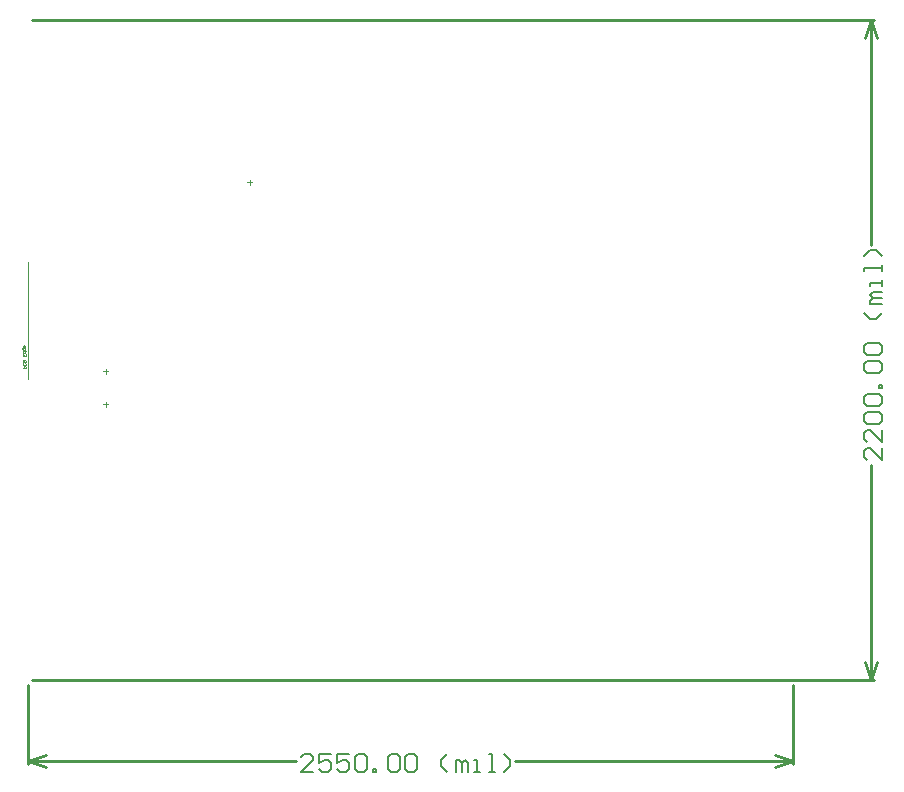
<source format=gm1>
%FSAX25Y25*%
%MOIN*%
G70*
G01*
G75*
G04 Layer_Color=16711935*
%ADD10O,0.06496X0.01181*%
%ADD11R,0.05906X0.05906*%
%ADD12O,0.07480X0.02362*%
%ADD13O,0.08268X0.01772*%
%ADD14R,0.05118X0.03937*%
%ADD15O,0.01181X0.06890*%
%ADD16O,0.06890X0.01181*%
%ADD17R,0.05512X0.05512*%
%ADD18R,0.03937X0.05118*%
%ADD19C,0.01000*%
%ADD20C,0.01400*%
%ADD21C,0.02000*%
%ADD22C,0.01200*%
%ADD23C,0.01600*%
%ADD24C,0.05906*%
%ADD25C,0.02362*%
%ADD26R,0.05906X0.05906*%
%ADD27C,0.03000*%
%ADD28R,0.09843X0.07874*%
%ADD29R,0.09055X0.01969*%
%ADD30C,0.00984*%
%ADD31C,0.02362*%
%ADD32C,0.00787*%
%ADD33C,0.00800*%
%ADD34O,0.07296X0.01981*%
%ADD35R,0.06706X0.06706*%
%ADD36O,0.08280X0.03162*%
%ADD37O,0.09068X0.02572*%
%ADD38R,0.05918X0.04737*%
%ADD39O,0.01981X0.07690*%
%ADD40O,0.07690X0.01981*%
%ADD41R,0.06312X0.06312*%
%ADD42R,0.04737X0.05918*%
%ADD43C,0.06706*%
%ADD44C,0.03162*%
%ADD45R,0.06706X0.06706*%
%ADD46C,0.03800*%
%ADD47R,0.10642X0.08674*%
%ADD48R,0.09855X0.02769*%
%ADD49C,0.00394*%
%ADD50C,0.00600*%
%ADD51C,0.00118*%
D19*
X0206500Y0562000D02*
X0487000Y0562000D01*
X0206500Y0342000D02*
X0487000Y0342000D01*
X0486000Y0486989D02*
X0486000Y0562000D01*
X0486000Y0342000D02*
X0486000Y0413811D01*
X0484000Y0556000D02*
X0486000Y0562000D01*
X0488000Y0556000D01*
X0486000Y0342000D02*
X0488000Y0348000D01*
X0484000Y0348000D02*
X0486000Y0342000D01*
X0460000Y0314000D02*
X0460000Y0340500D01*
X0205000Y0314000D02*
X0205000Y0340500D01*
X0367489Y0315000D02*
X0460000Y0315000D01*
X0205000Y0315000D02*
X0294311Y0315000D01*
X0454000Y0317000D02*
X0460000Y0315000D01*
X0454000Y0313000D02*
X0460000Y0315000D01*
X0205000Y0315000D02*
X0211000Y0313000D01*
X0205000Y0315000D02*
X0211000Y0317000D01*
D49*
X0205000Y0442512D02*
X0205000Y0481488D01*
X0231000Y0444213D02*
X0231000Y0445787D01*
X0230213Y0445000D02*
X0231787Y0445000D01*
X0231000Y0433213D02*
X0231000Y0434787D01*
X0230213Y0434000D02*
X0231787Y0434000D01*
X0279000Y0507213D02*
X0279000Y0508787D01*
X0278213Y0508000D02*
X0279787Y0508000D01*
D50*
X0489599Y0419410D02*
X0489599Y0415411D01*
X0485600Y0419410D01*
X0484601Y0419410D01*
X0483601Y0418410D01*
X0483601Y0416411D01*
X0484601Y0415411D01*
X0489599Y0425408D02*
X0489599Y0421409D01*
X0485600Y0425408D01*
X0484601Y0425408D01*
X0483601Y0424408D01*
X0483601Y0422409D01*
X0484601Y0421409D01*
X0484601Y0427407D02*
X0483601Y0428407D01*
X0483601Y0430407D01*
X0484601Y0431406D01*
X0488599Y0431406D01*
X0489599Y0430407D01*
X0489599Y0428407D01*
X0488599Y0427407D01*
X0484601Y0427407D01*
X0484601Y0433405D02*
X0483601Y0434405D01*
X0483601Y0436405D01*
X0484601Y0437404D01*
X0488599Y0437404D01*
X0489599Y0436405D01*
X0489599Y0434405D01*
X0488599Y0433405D01*
X0484601Y0433405D01*
X0489599Y0439404D02*
X0488599Y0439404D01*
X0488599Y0440403D01*
X0489599Y0440403D01*
X0489599Y0439404D01*
X0484601Y0444402D02*
X0483601Y0445402D01*
X0483601Y0447401D01*
X0484601Y0448401D01*
X0488599Y0448401D01*
X0489599Y0447401D01*
X0489599Y0445402D01*
X0488599Y0444402D01*
X0484601Y0444402D01*
X0484601Y0450400D02*
X0483601Y0451400D01*
X0483601Y0453399D01*
X0484601Y0454399D01*
X0488599Y0454399D01*
X0489599Y0453399D01*
X0489599Y0451400D01*
X0488599Y0450400D01*
X0484601Y0450400D01*
X0489599Y0464396D02*
X0487600Y0462396D01*
X0485600Y0462396D01*
X0483601Y0464396D01*
X0489599Y0467394D02*
X0485600Y0467394D01*
X0485600Y0468394D01*
X0486600Y0469394D01*
X0489599Y0469394D01*
X0486600Y0469394D01*
X0485600Y0470394D01*
X0486600Y0471393D01*
X0489599Y0471393D01*
X0489599Y0473393D02*
X0489599Y0475392D01*
X0489599Y0474392D01*
X0485600Y0474392D01*
X0485600Y0473393D01*
X0489599Y0478391D02*
X0489599Y0480390D01*
X0489599Y0479391D01*
X0483601Y0479391D01*
X0483601Y0478391D01*
X0489599Y0483389D02*
X0487600Y0485389D01*
X0485600Y0485389D01*
X0483601Y0483389D01*
X0299910Y0311401D02*
X0295911Y0311401D01*
X0299910Y0315400D01*
X0299910Y0316399D01*
X0298910Y0317399D01*
X0296911Y0317399D01*
X0295911Y0316399D01*
X0305908Y0317399D02*
X0301909Y0317399D01*
X0301909Y0314400D01*
X0303909Y0315400D01*
X0304908Y0315400D01*
X0305908Y0314400D01*
X0305908Y0312401D01*
X0304908Y0311401D01*
X0302909Y0311401D01*
X0301909Y0312401D01*
X0311906Y0317399D02*
X0307907Y0317399D01*
X0307907Y0314400D01*
X0309907Y0315400D01*
X0310907Y0315400D01*
X0311906Y0314400D01*
X0311906Y0312401D01*
X0310907Y0311401D01*
X0308907Y0311401D01*
X0307907Y0312401D01*
X0313906Y0316399D02*
X0314905Y0317399D01*
X0316904Y0317399D01*
X0317904Y0316399D01*
X0317904Y0312401D01*
X0316904Y0311401D01*
X0314905Y0311401D01*
X0313906Y0312401D01*
X0313906Y0316399D01*
X0319904Y0311401D02*
X0319904Y0312401D01*
X0320903Y0312401D01*
X0320903Y0311401D01*
X0319904Y0311401D01*
X0324902Y0316399D02*
X0325902Y0317399D01*
X0327901Y0317399D01*
X0328901Y0316399D01*
X0328901Y0312401D01*
X0327901Y0311401D01*
X0325902Y0311401D01*
X0324902Y0312401D01*
X0324902Y0316399D01*
X0330900Y0316399D02*
X0331900Y0317399D01*
X0333899Y0317399D01*
X0334899Y0316399D01*
X0334899Y0312401D01*
X0333899Y0311401D01*
X0331900Y0311401D01*
X0330900Y0312401D01*
X0330900Y0316399D01*
X0344896Y0311401D02*
X0342896Y0313400D01*
X0342896Y0315400D01*
X0344896Y0317399D01*
X0347895Y0311401D02*
X0347895Y0315400D01*
X0348894Y0315400D01*
X0349894Y0314400D01*
X0349894Y0311401D01*
X0349894Y0314400D01*
X0350893Y0315400D01*
X0351893Y0314400D01*
X0351893Y0311401D01*
X0353893Y0311401D02*
X0355892Y0311401D01*
X0354892Y0311401D01*
X0354892Y0315400D01*
X0353893Y0315400D01*
X0358891Y0311401D02*
X0360890Y0311401D01*
X0359891Y0311401D01*
X0359891Y0317399D01*
X0358891Y0317399D01*
X0363889Y0311401D02*
X0365889Y0313400D01*
X0365889Y0315400D01*
X0363889Y0317399D01*
D51*
X0203298Y0446108D02*
X0204282Y0446108D01*
X0204282Y0446600D01*
X0204118Y0446765D01*
X0203790Y0446765D01*
X0203626Y0446600D01*
X0203626Y0446108D01*
X0204118Y0447748D02*
X0204282Y0447584D01*
X0204282Y0447256D01*
X0204118Y0447092D01*
X0203462Y0447092D01*
X0203298Y0447256D01*
X0203298Y0447584D01*
X0203462Y0447748D01*
X0204282Y0448076D02*
X0203298Y0448076D01*
X0203298Y0448568D01*
X0203462Y0448732D01*
X0203626Y0448732D01*
X0203790Y0448568D01*
X0203790Y0448076D01*
X0203790Y0448568D01*
X0203954Y0448732D01*
X0204118Y0448732D01*
X0204282Y0448568D01*
X0204282Y0448076D01*
X0204282Y0450700D02*
X0204282Y0450044D01*
X0203298Y0450044D01*
X0203298Y0450700D01*
X0203790Y0450044D02*
X0203790Y0450372D01*
X0204282Y0451684D02*
X0203298Y0451684D01*
X0203298Y0451192D01*
X0203462Y0451028D01*
X0203790Y0451028D01*
X0203954Y0451192D01*
X0203954Y0451684D01*
X0202970Y0452340D02*
X0202970Y0452504D01*
X0203134Y0452668D01*
X0203954Y0452668D01*
X0203954Y0452176D01*
X0203790Y0452012D01*
X0203462Y0452012D01*
X0203298Y0452176D01*
X0203298Y0452668D01*
X0203298Y0453488D02*
X0203298Y0453160D01*
X0203462Y0452996D01*
X0203790Y0452996D01*
X0203954Y0453160D01*
X0203954Y0453488D01*
X0203790Y0453652D01*
X0203626Y0453652D01*
X0203626Y0452996D01*
M02*

</source>
